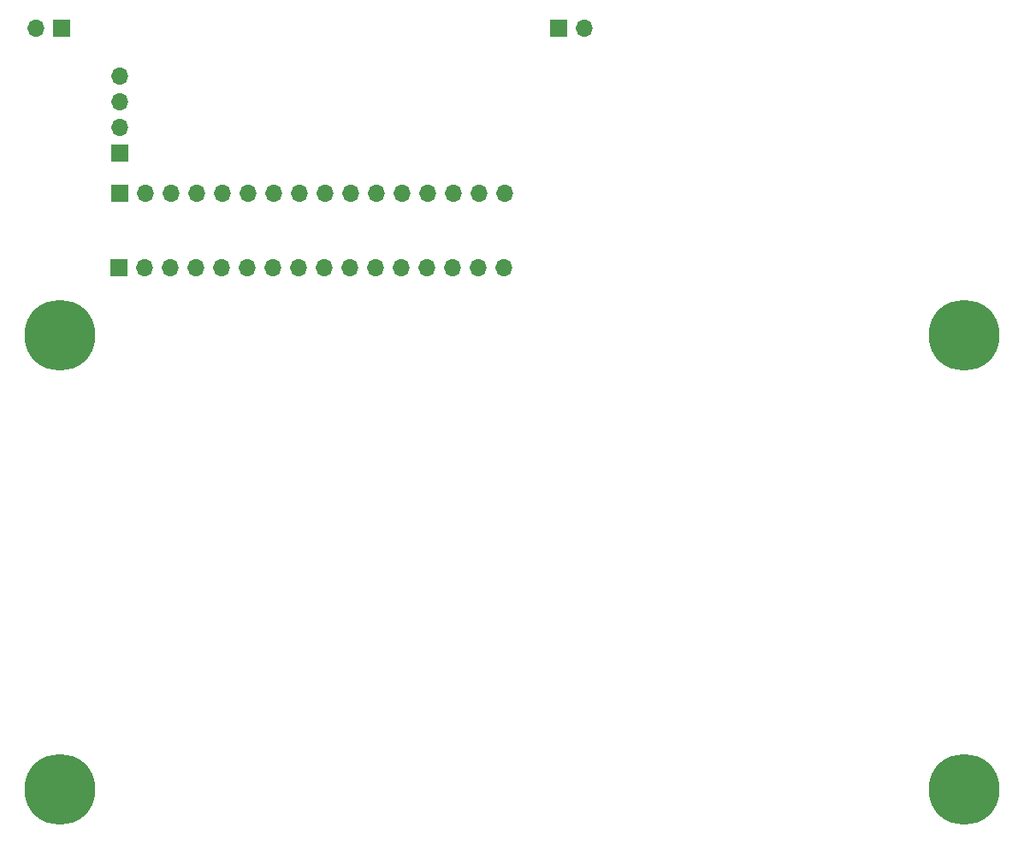
<source format=gts>
%TF.GenerationSoftware,KiCad,Pcbnew,(6.0.10)*%
%TF.CreationDate,2023-02-06T14:01:34-03:00*%
%TF.ProjectId,UserInterface_HW,55736572-496e-4746-9572-666163655f48,rev?*%
%TF.SameCoordinates,Original*%
%TF.FileFunction,Soldermask,Top*%
%TF.FilePolarity,Negative*%
%FSLAX46Y46*%
G04 Gerber Fmt 4.6, Leading zero omitted, Abs format (unit mm)*
G04 Created by KiCad (PCBNEW (6.0.10)) date 2023-02-06 14:01:34*
%MOMM*%
%LPD*%
G01*
G04 APERTURE LIST*
%ADD10R,1.700000X1.700000*%
%ADD11O,1.700000X1.700000*%
%ADD12C,7.000000*%
G04 APERTURE END LIST*
D10*
%TO.C,U2*%
X96690200Y-67208400D03*
D11*
X99230200Y-67208400D03*
X101770200Y-67208400D03*
X104310200Y-67208400D03*
X106850200Y-67208400D03*
X109390200Y-67208400D03*
X111930200Y-67208400D03*
X114470200Y-67208400D03*
X117010200Y-67208400D03*
X119550200Y-67208400D03*
X122090200Y-67208400D03*
X124630200Y-67208400D03*
X127170200Y-67208400D03*
X129710200Y-67208400D03*
X132250200Y-67208400D03*
X134790200Y-67208400D03*
%TD*%
D10*
%TO.C,J1*%
X91008200Y-43510200D03*
D11*
X88468200Y-43510200D03*
%TD*%
D12*
%TO.C,*%
X90805000Y-73939400D03*
%TD*%
%TO.C,REF\u002A\u002A*%
X180340000Y-73939400D03*
%TD*%
D10*
%TO.C,U1*%
X96715100Y-59887500D03*
D11*
X99255100Y-59887500D03*
X101795100Y-59887500D03*
X104335100Y-59887500D03*
X106875100Y-59887500D03*
X109415100Y-59887500D03*
X111955100Y-59887500D03*
X114495100Y-59887500D03*
X117035100Y-59887500D03*
X119575100Y-59887500D03*
X122115100Y-59887500D03*
X124655100Y-59887500D03*
X127195100Y-59887500D03*
X129735100Y-59887500D03*
X132275100Y-59887500D03*
X134815100Y-59887500D03*
X96715100Y-48276300D03*
X96715100Y-50816300D03*
X96715100Y-53356300D03*
D10*
X96715100Y-55896300D03*
%TD*%
%TO.C,J2*%
X140200000Y-43550000D03*
D11*
X142740000Y-43550000D03*
%TD*%
D12*
%TO.C,*%
X180340000Y-118872000D03*
%TD*%
%TO.C,*%
X90805000Y-118872000D03*
%TD*%
M02*

</source>
